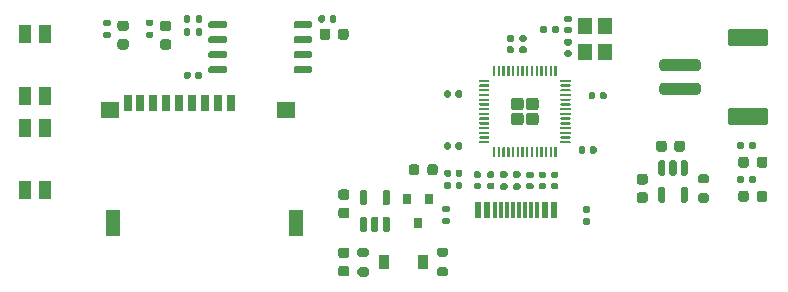
<source format=gbr>
%TF.GenerationSoftware,KiCad,Pcbnew,(5.1.8-0-10_14)*%
%TF.CreationDate,2021-08-13T15:07:17+08:00*%
%TF.ProjectId,microbyte-rp2040,6d696372-6f62-4797-9465-2d7270323034,rev?*%
%TF.SameCoordinates,Original*%
%TF.FileFunction,Paste,Top*%
%TF.FilePolarity,Positive*%
%FSLAX46Y46*%
G04 Gerber Fmt 4.6, Leading zero omitted, Abs format (unit mm)*
G04 Created by KiCad (PCBNEW (5.1.8-0-10_14)) date 2021-08-13 15:07:17*
%MOMM*%
%LPD*%
G01*
G04 APERTURE LIST*
%ADD10R,0.900000X1.200000*%
%ADD11R,1.200000X1.400000*%
%ADD12R,0.800000X0.900000*%
%ADD13R,0.600000X1.450000*%
%ADD14R,0.300000X1.450000*%
%ADD15R,0.700000X1.400000*%
%ADD16R,1.600000X1.400000*%
%ADD17R,1.200000X2.200000*%
%ADD18R,1.000000X1.550000*%
G04 APERTURE END LIST*
D10*
%TO.C,D1*%
X151040000Y-106580000D03*
X147740000Y-106580000D03*
%TD*%
%TO.C,C21*%
G36*
G01*
X153820000Y-100260000D02*
X153820000Y-99920000D01*
G75*
G02*
X153960000Y-99780000I140000J0D01*
G01*
X154240000Y-99780000D01*
G75*
G02*
X154380000Y-99920000I0J-140000D01*
G01*
X154380000Y-100260000D01*
G75*
G02*
X154240000Y-100400000I-140000J0D01*
G01*
X153960000Y-100400000D01*
G75*
G02*
X153820000Y-100260000I0J140000D01*
G01*
G37*
G36*
G01*
X152860000Y-100260000D02*
X152860000Y-99920000D01*
G75*
G02*
X153000000Y-99780000I140000J0D01*
G01*
X153280000Y-99780000D01*
G75*
G02*
X153420000Y-99920000I0J-140000D01*
G01*
X153420000Y-100260000D01*
G75*
G02*
X153280000Y-100400000I-140000J0D01*
G01*
X153000000Y-100400000D01*
G75*
G02*
X152860000Y-100260000I0J140000D01*
G01*
G37*
%TD*%
%TO.C,C20*%
G36*
G01*
X153820000Y-99230000D02*
X153820000Y-98890000D01*
G75*
G02*
X153960000Y-98750000I140000J0D01*
G01*
X154240000Y-98750000D01*
G75*
G02*
X154380000Y-98890000I0J-140000D01*
G01*
X154380000Y-99230000D01*
G75*
G02*
X154240000Y-99370000I-140000J0D01*
G01*
X153960000Y-99370000D01*
G75*
G02*
X153820000Y-99230000I0J140000D01*
G01*
G37*
G36*
G01*
X152860000Y-99230000D02*
X152860000Y-98890000D01*
G75*
G02*
X153000000Y-98750000I140000J0D01*
G01*
X153280000Y-98750000D01*
G75*
G02*
X153420000Y-98890000I0J-140000D01*
G01*
X153420000Y-99230000D01*
G75*
G02*
X153280000Y-99370000I-140000J0D01*
G01*
X153000000Y-99370000D01*
G75*
G02*
X152860000Y-99230000I0J140000D01*
G01*
G37*
%TD*%
%TO.C,C12*%
G36*
G01*
X155490000Y-99870000D02*
X155830000Y-99870000D01*
G75*
G02*
X155970000Y-100010000I0J-140000D01*
G01*
X155970000Y-100290000D01*
G75*
G02*
X155830000Y-100430000I-140000J0D01*
G01*
X155490000Y-100430000D01*
G75*
G02*
X155350000Y-100290000I0J140000D01*
G01*
X155350000Y-100010000D01*
G75*
G02*
X155490000Y-99870000I140000J0D01*
G01*
G37*
G36*
G01*
X155490000Y-98910000D02*
X155830000Y-98910000D01*
G75*
G02*
X155970000Y-99050000I0J-140000D01*
G01*
X155970000Y-99330000D01*
G75*
G02*
X155830000Y-99470000I-140000J0D01*
G01*
X155490000Y-99470000D01*
G75*
G02*
X155350000Y-99330000I0J140000D01*
G01*
X155350000Y-99050000D01*
G75*
G02*
X155490000Y-98910000I140000J0D01*
G01*
G37*
%TD*%
%TO.C,C11*%
G36*
G01*
X156620000Y-99870000D02*
X156960000Y-99870000D01*
G75*
G02*
X157100000Y-100010000I0J-140000D01*
G01*
X157100000Y-100290000D01*
G75*
G02*
X156960000Y-100430000I-140000J0D01*
G01*
X156620000Y-100430000D01*
G75*
G02*
X156480000Y-100290000I0J140000D01*
G01*
X156480000Y-100010000D01*
G75*
G02*
X156620000Y-99870000I140000J0D01*
G01*
G37*
G36*
G01*
X156620000Y-98910000D02*
X156960000Y-98910000D01*
G75*
G02*
X157100000Y-99050000I0J-140000D01*
G01*
X157100000Y-99330000D01*
G75*
G02*
X156960000Y-99470000I-140000J0D01*
G01*
X156620000Y-99470000D01*
G75*
G02*
X156480000Y-99330000I0J140000D01*
G01*
X156480000Y-99050000D01*
G75*
G02*
X156620000Y-98910000I140000J0D01*
G01*
G37*
%TD*%
%TO.C,U4*%
G36*
G01*
X160859717Y-94185283D02*
X160859717Y-94769717D01*
G75*
G02*
X160609717Y-95019717I-250000J0D01*
G01*
X160025283Y-95019717D01*
G75*
G02*
X159775283Y-94769717I0J250000D01*
G01*
X159775283Y-94185283D01*
G75*
G02*
X160025283Y-93935283I250000J0D01*
G01*
X160609717Y-93935283D01*
G75*
G02*
X160859717Y-94185283I0J-250000D01*
G01*
G37*
G36*
G01*
X160859717Y-92910283D02*
X160859717Y-93494717D01*
G75*
G02*
X160609717Y-93744717I-250000J0D01*
G01*
X160025283Y-93744717D01*
G75*
G02*
X159775283Y-93494717I0J250000D01*
G01*
X159775283Y-92910283D01*
G75*
G02*
X160025283Y-92660283I250000J0D01*
G01*
X160609717Y-92660283D01*
G75*
G02*
X160859717Y-92910283I0J-250000D01*
G01*
G37*
G36*
G01*
X159584717Y-94185283D02*
X159584717Y-94769717D01*
G75*
G02*
X159334717Y-95019717I-250000J0D01*
G01*
X158750283Y-95019717D01*
G75*
G02*
X158500283Y-94769717I0J250000D01*
G01*
X158500283Y-94185283D01*
G75*
G02*
X158750283Y-93935283I250000J0D01*
G01*
X159334717Y-93935283D01*
G75*
G02*
X159584717Y-94185283I0J-250000D01*
G01*
G37*
G36*
G01*
X159584717Y-92910283D02*
X159584717Y-93494717D01*
G75*
G02*
X159334717Y-93744717I-250000J0D01*
G01*
X158750283Y-93744717D01*
G75*
G02*
X158500283Y-93494717I0J250000D01*
G01*
X158500283Y-92910283D01*
G75*
G02*
X158750283Y-92660283I250000J0D01*
G01*
X159334717Y-92660283D01*
G75*
G02*
X159584717Y-92910283I0J-250000D01*
G01*
G37*
G36*
G01*
X163555000Y-96390000D02*
X163555000Y-96490000D01*
G75*
G02*
X163505000Y-96540000I-50000J0D01*
G01*
X162730000Y-96540000D01*
G75*
G02*
X162680000Y-96490000I0J50000D01*
G01*
X162680000Y-96390000D01*
G75*
G02*
X162730000Y-96340000I50000J0D01*
G01*
X163505000Y-96340000D01*
G75*
G02*
X163555000Y-96390000I0J-50000D01*
G01*
G37*
G36*
G01*
X163555000Y-95990000D02*
X163555000Y-96090000D01*
G75*
G02*
X163505000Y-96140000I-50000J0D01*
G01*
X162730000Y-96140000D01*
G75*
G02*
X162680000Y-96090000I0J50000D01*
G01*
X162680000Y-95990000D01*
G75*
G02*
X162730000Y-95940000I50000J0D01*
G01*
X163505000Y-95940000D01*
G75*
G02*
X163555000Y-95990000I0J-50000D01*
G01*
G37*
G36*
G01*
X163555000Y-95590000D02*
X163555000Y-95690000D01*
G75*
G02*
X163505000Y-95740000I-50000J0D01*
G01*
X162730000Y-95740000D01*
G75*
G02*
X162680000Y-95690000I0J50000D01*
G01*
X162680000Y-95590000D01*
G75*
G02*
X162730000Y-95540000I50000J0D01*
G01*
X163505000Y-95540000D01*
G75*
G02*
X163555000Y-95590000I0J-50000D01*
G01*
G37*
G36*
G01*
X163555000Y-95190000D02*
X163555000Y-95290000D01*
G75*
G02*
X163505000Y-95340000I-50000J0D01*
G01*
X162730000Y-95340000D01*
G75*
G02*
X162680000Y-95290000I0J50000D01*
G01*
X162680000Y-95190000D01*
G75*
G02*
X162730000Y-95140000I50000J0D01*
G01*
X163505000Y-95140000D01*
G75*
G02*
X163555000Y-95190000I0J-50000D01*
G01*
G37*
G36*
G01*
X163555000Y-94790000D02*
X163555000Y-94890000D01*
G75*
G02*
X163505000Y-94940000I-50000J0D01*
G01*
X162730000Y-94940000D01*
G75*
G02*
X162680000Y-94890000I0J50000D01*
G01*
X162680000Y-94790000D01*
G75*
G02*
X162730000Y-94740000I50000J0D01*
G01*
X163505000Y-94740000D01*
G75*
G02*
X163555000Y-94790000I0J-50000D01*
G01*
G37*
G36*
G01*
X163555000Y-94390000D02*
X163555000Y-94490000D01*
G75*
G02*
X163505000Y-94540000I-50000J0D01*
G01*
X162730000Y-94540000D01*
G75*
G02*
X162680000Y-94490000I0J50000D01*
G01*
X162680000Y-94390000D01*
G75*
G02*
X162730000Y-94340000I50000J0D01*
G01*
X163505000Y-94340000D01*
G75*
G02*
X163555000Y-94390000I0J-50000D01*
G01*
G37*
G36*
G01*
X163555000Y-93990000D02*
X163555000Y-94090000D01*
G75*
G02*
X163505000Y-94140000I-50000J0D01*
G01*
X162730000Y-94140000D01*
G75*
G02*
X162680000Y-94090000I0J50000D01*
G01*
X162680000Y-93990000D01*
G75*
G02*
X162730000Y-93940000I50000J0D01*
G01*
X163505000Y-93940000D01*
G75*
G02*
X163555000Y-93990000I0J-50000D01*
G01*
G37*
G36*
G01*
X163555000Y-93590000D02*
X163555000Y-93690000D01*
G75*
G02*
X163505000Y-93740000I-50000J0D01*
G01*
X162730000Y-93740000D01*
G75*
G02*
X162680000Y-93690000I0J50000D01*
G01*
X162680000Y-93590000D01*
G75*
G02*
X162730000Y-93540000I50000J0D01*
G01*
X163505000Y-93540000D01*
G75*
G02*
X163555000Y-93590000I0J-50000D01*
G01*
G37*
G36*
G01*
X163555000Y-93190000D02*
X163555000Y-93290000D01*
G75*
G02*
X163505000Y-93340000I-50000J0D01*
G01*
X162730000Y-93340000D01*
G75*
G02*
X162680000Y-93290000I0J50000D01*
G01*
X162680000Y-93190000D01*
G75*
G02*
X162730000Y-93140000I50000J0D01*
G01*
X163505000Y-93140000D01*
G75*
G02*
X163555000Y-93190000I0J-50000D01*
G01*
G37*
G36*
G01*
X163555000Y-92790000D02*
X163555000Y-92890000D01*
G75*
G02*
X163505000Y-92940000I-50000J0D01*
G01*
X162730000Y-92940000D01*
G75*
G02*
X162680000Y-92890000I0J50000D01*
G01*
X162680000Y-92790000D01*
G75*
G02*
X162730000Y-92740000I50000J0D01*
G01*
X163505000Y-92740000D01*
G75*
G02*
X163555000Y-92790000I0J-50000D01*
G01*
G37*
G36*
G01*
X163555000Y-92390000D02*
X163555000Y-92490000D01*
G75*
G02*
X163505000Y-92540000I-50000J0D01*
G01*
X162730000Y-92540000D01*
G75*
G02*
X162680000Y-92490000I0J50000D01*
G01*
X162680000Y-92390000D01*
G75*
G02*
X162730000Y-92340000I50000J0D01*
G01*
X163505000Y-92340000D01*
G75*
G02*
X163555000Y-92390000I0J-50000D01*
G01*
G37*
G36*
G01*
X163555000Y-91990000D02*
X163555000Y-92090000D01*
G75*
G02*
X163505000Y-92140000I-50000J0D01*
G01*
X162730000Y-92140000D01*
G75*
G02*
X162680000Y-92090000I0J50000D01*
G01*
X162680000Y-91990000D01*
G75*
G02*
X162730000Y-91940000I50000J0D01*
G01*
X163505000Y-91940000D01*
G75*
G02*
X163555000Y-91990000I0J-50000D01*
G01*
G37*
G36*
G01*
X163555000Y-91590000D02*
X163555000Y-91690000D01*
G75*
G02*
X163505000Y-91740000I-50000J0D01*
G01*
X162730000Y-91740000D01*
G75*
G02*
X162680000Y-91690000I0J50000D01*
G01*
X162680000Y-91590000D01*
G75*
G02*
X162730000Y-91540000I50000J0D01*
G01*
X163505000Y-91540000D01*
G75*
G02*
X163555000Y-91590000I0J-50000D01*
G01*
G37*
G36*
G01*
X163555000Y-91190000D02*
X163555000Y-91290000D01*
G75*
G02*
X163505000Y-91340000I-50000J0D01*
G01*
X162730000Y-91340000D01*
G75*
G02*
X162680000Y-91290000I0J50000D01*
G01*
X162680000Y-91190000D01*
G75*
G02*
X162730000Y-91140000I50000J0D01*
G01*
X163505000Y-91140000D01*
G75*
G02*
X163555000Y-91190000I0J-50000D01*
G01*
G37*
G36*
G01*
X162380000Y-90015000D02*
X162380000Y-90790000D01*
G75*
G02*
X162330000Y-90840000I-50000J0D01*
G01*
X162230000Y-90840000D01*
G75*
G02*
X162180000Y-90790000I0J50000D01*
G01*
X162180000Y-90015000D01*
G75*
G02*
X162230000Y-89965000I50000J0D01*
G01*
X162330000Y-89965000D01*
G75*
G02*
X162380000Y-90015000I0J-50000D01*
G01*
G37*
G36*
G01*
X161980000Y-90015000D02*
X161980000Y-90790000D01*
G75*
G02*
X161930000Y-90840000I-50000J0D01*
G01*
X161830000Y-90840000D01*
G75*
G02*
X161780000Y-90790000I0J50000D01*
G01*
X161780000Y-90015000D01*
G75*
G02*
X161830000Y-89965000I50000J0D01*
G01*
X161930000Y-89965000D01*
G75*
G02*
X161980000Y-90015000I0J-50000D01*
G01*
G37*
G36*
G01*
X161580000Y-90015000D02*
X161580000Y-90790000D01*
G75*
G02*
X161530000Y-90840000I-50000J0D01*
G01*
X161430000Y-90840000D01*
G75*
G02*
X161380000Y-90790000I0J50000D01*
G01*
X161380000Y-90015000D01*
G75*
G02*
X161430000Y-89965000I50000J0D01*
G01*
X161530000Y-89965000D01*
G75*
G02*
X161580000Y-90015000I0J-50000D01*
G01*
G37*
G36*
G01*
X161180000Y-90015000D02*
X161180000Y-90790000D01*
G75*
G02*
X161130000Y-90840000I-50000J0D01*
G01*
X161030000Y-90840000D01*
G75*
G02*
X160980000Y-90790000I0J50000D01*
G01*
X160980000Y-90015000D01*
G75*
G02*
X161030000Y-89965000I50000J0D01*
G01*
X161130000Y-89965000D01*
G75*
G02*
X161180000Y-90015000I0J-50000D01*
G01*
G37*
G36*
G01*
X160780000Y-90015000D02*
X160780000Y-90790000D01*
G75*
G02*
X160730000Y-90840000I-50000J0D01*
G01*
X160630000Y-90840000D01*
G75*
G02*
X160580000Y-90790000I0J50000D01*
G01*
X160580000Y-90015000D01*
G75*
G02*
X160630000Y-89965000I50000J0D01*
G01*
X160730000Y-89965000D01*
G75*
G02*
X160780000Y-90015000I0J-50000D01*
G01*
G37*
G36*
G01*
X160380000Y-90015000D02*
X160380000Y-90790000D01*
G75*
G02*
X160330000Y-90840000I-50000J0D01*
G01*
X160230000Y-90840000D01*
G75*
G02*
X160180000Y-90790000I0J50000D01*
G01*
X160180000Y-90015000D01*
G75*
G02*
X160230000Y-89965000I50000J0D01*
G01*
X160330000Y-89965000D01*
G75*
G02*
X160380000Y-90015000I0J-50000D01*
G01*
G37*
G36*
G01*
X159980000Y-90015000D02*
X159980000Y-90790000D01*
G75*
G02*
X159930000Y-90840000I-50000J0D01*
G01*
X159830000Y-90840000D01*
G75*
G02*
X159780000Y-90790000I0J50000D01*
G01*
X159780000Y-90015000D01*
G75*
G02*
X159830000Y-89965000I50000J0D01*
G01*
X159930000Y-89965000D01*
G75*
G02*
X159980000Y-90015000I0J-50000D01*
G01*
G37*
G36*
G01*
X159580000Y-90015000D02*
X159580000Y-90790000D01*
G75*
G02*
X159530000Y-90840000I-50000J0D01*
G01*
X159430000Y-90840000D01*
G75*
G02*
X159380000Y-90790000I0J50000D01*
G01*
X159380000Y-90015000D01*
G75*
G02*
X159430000Y-89965000I50000J0D01*
G01*
X159530000Y-89965000D01*
G75*
G02*
X159580000Y-90015000I0J-50000D01*
G01*
G37*
G36*
G01*
X159180000Y-90015000D02*
X159180000Y-90790000D01*
G75*
G02*
X159130000Y-90840000I-50000J0D01*
G01*
X159030000Y-90840000D01*
G75*
G02*
X158980000Y-90790000I0J50000D01*
G01*
X158980000Y-90015000D01*
G75*
G02*
X159030000Y-89965000I50000J0D01*
G01*
X159130000Y-89965000D01*
G75*
G02*
X159180000Y-90015000I0J-50000D01*
G01*
G37*
G36*
G01*
X158780000Y-90015000D02*
X158780000Y-90790000D01*
G75*
G02*
X158730000Y-90840000I-50000J0D01*
G01*
X158630000Y-90840000D01*
G75*
G02*
X158580000Y-90790000I0J50000D01*
G01*
X158580000Y-90015000D01*
G75*
G02*
X158630000Y-89965000I50000J0D01*
G01*
X158730000Y-89965000D01*
G75*
G02*
X158780000Y-90015000I0J-50000D01*
G01*
G37*
G36*
G01*
X158380000Y-90015000D02*
X158380000Y-90790000D01*
G75*
G02*
X158330000Y-90840000I-50000J0D01*
G01*
X158230000Y-90840000D01*
G75*
G02*
X158180000Y-90790000I0J50000D01*
G01*
X158180000Y-90015000D01*
G75*
G02*
X158230000Y-89965000I50000J0D01*
G01*
X158330000Y-89965000D01*
G75*
G02*
X158380000Y-90015000I0J-50000D01*
G01*
G37*
G36*
G01*
X157980000Y-90015000D02*
X157980000Y-90790000D01*
G75*
G02*
X157930000Y-90840000I-50000J0D01*
G01*
X157830000Y-90840000D01*
G75*
G02*
X157780000Y-90790000I0J50000D01*
G01*
X157780000Y-90015000D01*
G75*
G02*
X157830000Y-89965000I50000J0D01*
G01*
X157930000Y-89965000D01*
G75*
G02*
X157980000Y-90015000I0J-50000D01*
G01*
G37*
G36*
G01*
X157580000Y-90015000D02*
X157580000Y-90790000D01*
G75*
G02*
X157530000Y-90840000I-50000J0D01*
G01*
X157430000Y-90840000D01*
G75*
G02*
X157380000Y-90790000I0J50000D01*
G01*
X157380000Y-90015000D01*
G75*
G02*
X157430000Y-89965000I50000J0D01*
G01*
X157530000Y-89965000D01*
G75*
G02*
X157580000Y-90015000I0J-50000D01*
G01*
G37*
G36*
G01*
X157180000Y-90015000D02*
X157180000Y-90790000D01*
G75*
G02*
X157130000Y-90840000I-50000J0D01*
G01*
X157030000Y-90840000D01*
G75*
G02*
X156980000Y-90790000I0J50000D01*
G01*
X156980000Y-90015000D01*
G75*
G02*
X157030000Y-89965000I50000J0D01*
G01*
X157130000Y-89965000D01*
G75*
G02*
X157180000Y-90015000I0J-50000D01*
G01*
G37*
G36*
G01*
X156680000Y-91190000D02*
X156680000Y-91290000D01*
G75*
G02*
X156630000Y-91340000I-50000J0D01*
G01*
X155855000Y-91340000D01*
G75*
G02*
X155805000Y-91290000I0J50000D01*
G01*
X155805000Y-91190000D01*
G75*
G02*
X155855000Y-91140000I50000J0D01*
G01*
X156630000Y-91140000D01*
G75*
G02*
X156680000Y-91190000I0J-50000D01*
G01*
G37*
G36*
G01*
X156680000Y-91590000D02*
X156680000Y-91690000D01*
G75*
G02*
X156630000Y-91740000I-50000J0D01*
G01*
X155855000Y-91740000D01*
G75*
G02*
X155805000Y-91690000I0J50000D01*
G01*
X155805000Y-91590000D01*
G75*
G02*
X155855000Y-91540000I50000J0D01*
G01*
X156630000Y-91540000D01*
G75*
G02*
X156680000Y-91590000I0J-50000D01*
G01*
G37*
G36*
G01*
X156680000Y-91990000D02*
X156680000Y-92090000D01*
G75*
G02*
X156630000Y-92140000I-50000J0D01*
G01*
X155855000Y-92140000D01*
G75*
G02*
X155805000Y-92090000I0J50000D01*
G01*
X155805000Y-91990000D01*
G75*
G02*
X155855000Y-91940000I50000J0D01*
G01*
X156630000Y-91940000D01*
G75*
G02*
X156680000Y-91990000I0J-50000D01*
G01*
G37*
G36*
G01*
X156680000Y-92390000D02*
X156680000Y-92490000D01*
G75*
G02*
X156630000Y-92540000I-50000J0D01*
G01*
X155855000Y-92540000D01*
G75*
G02*
X155805000Y-92490000I0J50000D01*
G01*
X155805000Y-92390000D01*
G75*
G02*
X155855000Y-92340000I50000J0D01*
G01*
X156630000Y-92340000D01*
G75*
G02*
X156680000Y-92390000I0J-50000D01*
G01*
G37*
G36*
G01*
X156680000Y-92790000D02*
X156680000Y-92890000D01*
G75*
G02*
X156630000Y-92940000I-50000J0D01*
G01*
X155855000Y-92940000D01*
G75*
G02*
X155805000Y-92890000I0J50000D01*
G01*
X155805000Y-92790000D01*
G75*
G02*
X155855000Y-92740000I50000J0D01*
G01*
X156630000Y-92740000D01*
G75*
G02*
X156680000Y-92790000I0J-50000D01*
G01*
G37*
G36*
G01*
X156680000Y-93190000D02*
X156680000Y-93290000D01*
G75*
G02*
X156630000Y-93340000I-50000J0D01*
G01*
X155855000Y-93340000D01*
G75*
G02*
X155805000Y-93290000I0J50000D01*
G01*
X155805000Y-93190000D01*
G75*
G02*
X155855000Y-93140000I50000J0D01*
G01*
X156630000Y-93140000D01*
G75*
G02*
X156680000Y-93190000I0J-50000D01*
G01*
G37*
G36*
G01*
X156680000Y-93590000D02*
X156680000Y-93690000D01*
G75*
G02*
X156630000Y-93740000I-50000J0D01*
G01*
X155855000Y-93740000D01*
G75*
G02*
X155805000Y-93690000I0J50000D01*
G01*
X155805000Y-93590000D01*
G75*
G02*
X155855000Y-93540000I50000J0D01*
G01*
X156630000Y-93540000D01*
G75*
G02*
X156680000Y-93590000I0J-50000D01*
G01*
G37*
G36*
G01*
X156680000Y-93990000D02*
X156680000Y-94090000D01*
G75*
G02*
X156630000Y-94140000I-50000J0D01*
G01*
X155855000Y-94140000D01*
G75*
G02*
X155805000Y-94090000I0J50000D01*
G01*
X155805000Y-93990000D01*
G75*
G02*
X155855000Y-93940000I50000J0D01*
G01*
X156630000Y-93940000D01*
G75*
G02*
X156680000Y-93990000I0J-50000D01*
G01*
G37*
G36*
G01*
X156680000Y-94390000D02*
X156680000Y-94490000D01*
G75*
G02*
X156630000Y-94540000I-50000J0D01*
G01*
X155855000Y-94540000D01*
G75*
G02*
X155805000Y-94490000I0J50000D01*
G01*
X155805000Y-94390000D01*
G75*
G02*
X155855000Y-94340000I50000J0D01*
G01*
X156630000Y-94340000D01*
G75*
G02*
X156680000Y-94390000I0J-50000D01*
G01*
G37*
G36*
G01*
X156680000Y-94790000D02*
X156680000Y-94890000D01*
G75*
G02*
X156630000Y-94940000I-50000J0D01*
G01*
X155855000Y-94940000D01*
G75*
G02*
X155805000Y-94890000I0J50000D01*
G01*
X155805000Y-94790000D01*
G75*
G02*
X155855000Y-94740000I50000J0D01*
G01*
X156630000Y-94740000D01*
G75*
G02*
X156680000Y-94790000I0J-50000D01*
G01*
G37*
G36*
G01*
X156680000Y-95190000D02*
X156680000Y-95290000D01*
G75*
G02*
X156630000Y-95340000I-50000J0D01*
G01*
X155855000Y-95340000D01*
G75*
G02*
X155805000Y-95290000I0J50000D01*
G01*
X155805000Y-95190000D01*
G75*
G02*
X155855000Y-95140000I50000J0D01*
G01*
X156630000Y-95140000D01*
G75*
G02*
X156680000Y-95190000I0J-50000D01*
G01*
G37*
G36*
G01*
X156680000Y-95590000D02*
X156680000Y-95690000D01*
G75*
G02*
X156630000Y-95740000I-50000J0D01*
G01*
X155855000Y-95740000D01*
G75*
G02*
X155805000Y-95690000I0J50000D01*
G01*
X155805000Y-95590000D01*
G75*
G02*
X155855000Y-95540000I50000J0D01*
G01*
X156630000Y-95540000D01*
G75*
G02*
X156680000Y-95590000I0J-50000D01*
G01*
G37*
G36*
G01*
X156680000Y-95990000D02*
X156680000Y-96090000D01*
G75*
G02*
X156630000Y-96140000I-50000J0D01*
G01*
X155855000Y-96140000D01*
G75*
G02*
X155805000Y-96090000I0J50000D01*
G01*
X155805000Y-95990000D01*
G75*
G02*
X155855000Y-95940000I50000J0D01*
G01*
X156630000Y-95940000D01*
G75*
G02*
X156680000Y-95990000I0J-50000D01*
G01*
G37*
G36*
G01*
X156680000Y-96390000D02*
X156680000Y-96490000D01*
G75*
G02*
X156630000Y-96540000I-50000J0D01*
G01*
X155855000Y-96540000D01*
G75*
G02*
X155805000Y-96490000I0J50000D01*
G01*
X155805000Y-96390000D01*
G75*
G02*
X155855000Y-96340000I50000J0D01*
G01*
X156630000Y-96340000D01*
G75*
G02*
X156680000Y-96390000I0J-50000D01*
G01*
G37*
G36*
G01*
X157180000Y-96890000D02*
X157180000Y-97665000D01*
G75*
G02*
X157130000Y-97715000I-50000J0D01*
G01*
X157030000Y-97715000D01*
G75*
G02*
X156980000Y-97665000I0J50000D01*
G01*
X156980000Y-96890000D01*
G75*
G02*
X157030000Y-96840000I50000J0D01*
G01*
X157130000Y-96840000D01*
G75*
G02*
X157180000Y-96890000I0J-50000D01*
G01*
G37*
G36*
G01*
X157580000Y-96890000D02*
X157580000Y-97665000D01*
G75*
G02*
X157530000Y-97715000I-50000J0D01*
G01*
X157430000Y-97715000D01*
G75*
G02*
X157380000Y-97665000I0J50000D01*
G01*
X157380000Y-96890000D01*
G75*
G02*
X157430000Y-96840000I50000J0D01*
G01*
X157530000Y-96840000D01*
G75*
G02*
X157580000Y-96890000I0J-50000D01*
G01*
G37*
G36*
G01*
X157980000Y-96890000D02*
X157980000Y-97665000D01*
G75*
G02*
X157930000Y-97715000I-50000J0D01*
G01*
X157830000Y-97715000D01*
G75*
G02*
X157780000Y-97665000I0J50000D01*
G01*
X157780000Y-96890000D01*
G75*
G02*
X157830000Y-96840000I50000J0D01*
G01*
X157930000Y-96840000D01*
G75*
G02*
X157980000Y-96890000I0J-50000D01*
G01*
G37*
G36*
G01*
X158380000Y-96890000D02*
X158380000Y-97665000D01*
G75*
G02*
X158330000Y-97715000I-50000J0D01*
G01*
X158230000Y-97715000D01*
G75*
G02*
X158180000Y-97665000I0J50000D01*
G01*
X158180000Y-96890000D01*
G75*
G02*
X158230000Y-96840000I50000J0D01*
G01*
X158330000Y-96840000D01*
G75*
G02*
X158380000Y-96890000I0J-50000D01*
G01*
G37*
G36*
G01*
X158780000Y-96890000D02*
X158780000Y-97665000D01*
G75*
G02*
X158730000Y-97715000I-50000J0D01*
G01*
X158630000Y-97715000D01*
G75*
G02*
X158580000Y-97665000I0J50000D01*
G01*
X158580000Y-96890000D01*
G75*
G02*
X158630000Y-96840000I50000J0D01*
G01*
X158730000Y-96840000D01*
G75*
G02*
X158780000Y-96890000I0J-50000D01*
G01*
G37*
G36*
G01*
X159180000Y-96890000D02*
X159180000Y-97665000D01*
G75*
G02*
X159130000Y-97715000I-50000J0D01*
G01*
X159030000Y-97715000D01*
G75*
G02*
X158980000Y-97665000I0J50000D01*
G01*
X158980000Y-96890000D01*
G75*
G02*
X159030000Y-96840000I50000J0D01*
G01*
X159130000Y-96840000D01*
G75*
G02*
X159180000Y-96890000I0J-50000D01*
G01*
G37*
G36*
G01*
X159580000Y-96890000D02*
X159580000Y-97665000D01*
G75*
G02*
X159530000Y-97715000I-50000J0D01*
G01*
X159430000Y-97715000D01*
G75*
G02*
X159380000Y-97665000I0J50000D01*
G01*
X159380000Y-96890000D01*
G75*
G02*
X159430000Y-96840000I50000J0D01*
G01*
X159530000Y-96840000D01*
G75*
G02*
X159580000Y-96890000I0J-50000D01*
G01*
G37*
G36*
G01*
X159980000Y-96890000D02*
X159980000Y-97665000D01*
G75*
G02*
X159930000Y-97715000I-50000J0D01*
G01*
X159830000Y-97715000D01*
G75*
G02*
X159780000Y-97665000I0J50000D01*
G01*
X159780000Y-96890000D01*
G75*
G02*
X159830000Y-96840000I50000J0D01*
G01*
X159930000Y-96840000D01*
G75*
G02*
X159980000Y-96890000I0J-50000D01*
G01*
G37*
G36*
G01*
X160380000Y-96890000D02*
X160380000Y-97665000D01*
G75*
G02*
X160330000Y-97715000I-50000J0D01*
G01*
X160230000Y-97715000D01*
G75*
G02*
X160180000Y-97665000I0J50000D01*
G01*
X160180000Y-96890000D01*
G75*
G02*
X160230000Y-96840000I50000J0D01*
G01*
X160330000Y-96840000D01*
G75*
G02*
X160380000Y-96890000I0J-50000D01*
G01*
G37*
G36*
G01*
X160780000Y-96890000D02*
X160780000Y-97665000D01*
G75*
G02*
X160730000Y-97715000I-50000J0D01*
G01*
X160630000Y-97715000D01*
G75*
G02*
X160580000Y-97665000I0J50000D01*
G01*
X160580000Y-96890000D01*
G75*
G02*
X160630000Y-96840000I50000J0D01*
G01*
X160730000Y-96840000D01*
G75*
G02*
X160780000Y-96890000I0J-50000D01*
G01*
G37*
G36*
G01*
X161180000Y-96890000D02*
X161180000Y-97665000D01*
G75*
G02*
X161130000Y-97715000I-50000J0D01*
G01*
X161030000Y-97715000D01*
G75*
G02*
X160980000Y-97665000I0J50000D01*
G01*
X160980000Y-96890000D01*
G75*
G02*
X161030000Y-96840000I50000J0D01*
G01*
X161130000Y-96840000D01*
G75*
G02*
X161180000Y-96890000I0J-50000D01*
G01*
G37*
G36*
G01*
X161580000Y-96890000D02*
X161580000Y-97665000D01*
G75*
G02*
X161530000Y-97715000I-50000J0D01*
G01*
X161430000Y-97715000D01*
G75*
G02*
X161380000Y-97665000I0J50000D01*
G01*
X161380000Y-96890000D01*
G75*
G02*
X161430000Y-96840000I50000J0D01*
G01*
X161530000Y-96840000D01*
G75*
G02*
X161580000Y-96890000I0J-50000D01*
G01*
G37*
G36*
G01*
X161980000Y-96890000D02*
X161980000Y-97665000D01*
G75*
G02*
X161930000Y-97715000I-50000J0D01*
G01*
X161830000Y-97715000D01*
G75*
G02*
X161780000Y-97665000I0J50000D01*
G01*
X161780000Y-96890000D01*
G75*
G02*
X161830000Y-96840000I50000J0D01*
G01*
X161930000Y-96840000D01*
G75*
G02*
X161980000Y-96890000I0J-50000D01*
G01*
G37*
G36*
G01*
X162380000Y-96890000D02*
X162380000Y-97665000D01*
G75*
G02*
X162330000Y-97715000I-50000J0D01*
G01*
X162230000Y-97715000D01*
G75*
G02*
X162180000Y-97665000I0J50000D01*
G01*
X162180000Y-96890000D01*
G75*
G02*
X162230000Y-96840000I50000J0D01*
G01*
X162330000Y-96840000D01*
G75*
G02*
X162380000Y-96890000I0J-50000D01*
G01*
G37*
%TD*%
D11*
%TO.C,Y1*%
X164770000Y-88760000D03*
X164770000Y-86560000D03*
X166470000Y-86560000D03*
X166470000Y-88760000D03*
%TD*%
%TO.C,U3*%
G36*
G01*
X140090000Y-86645000D02*
X140090000Y-86345000D01*
G75*
G02*
X140240000Y-86195000I150000J0D01*
G01*
X141540000Y-86195000D01*
G75*
G02*
X141690000Y-86345000I0J-150000D01*
G01*
X141690000Y-86645000D01*
G75*
G02*
X141540000Y-86795000I-150000J0D01*
G01*
X140240000Y-86795000D01*
G75*
G02*
X140090000Y-86645000I0J150000D01*
G01*
G37*
G36*
G01*
X140090000Y-87915000D02*
X140090000Y-87615000D01*
G75*
G02*
X140240000Y-87465000I150000J0D01*
G01*
X141540000Y-87465000D01*
G75*
G02*
X141690000Y-87615000I0J-150000D01*
G01*
X141690000Y-87915000D01*
G75*
G02*
X141540000Y-88065000I-150000J0D01*
G01*
X140240000Y-88065000D01*
G75*
G02*
X140090000Y-87915000I0J150000D01*
G01*
G37*
G36*
G01*
X140090000Y-89185000D02*
X140090000Y-88885000D01*
G75*
G02*
X140240000Y-88735000I150000J0D01*
G01*
X141540000Y-88735000D01*
G75*
G02*
X141690000Y-88885000I0J-150000D01*
G01*
X141690000Y-89185000D01*
G75*
G02*
X141540000Y-89335000I-150000J0D01*
G01*
X140240000Y-89335000D01*
G75*
G02*
X140090000Y-89185000I0J150000D01*
G01*
G37*
G36*
G01*
X140090000Y-90455000D02*
X140090000Y-90155000D01*
G75*
G02*
X140240000Y-90005000I150000J0D01*
G01*
X141540000Y-90005000D01*
G75*
G02*
X141690000Y-90155000I0J-150000D01*
G01*
X141690000Y-90455000D01*
G75*
G02*
X141540000Y-90605000I-150000J0D01*
G01*
X140240000Y-90605000D01*
G75*
G02*
X140090000Y-90455000I0J150000D01*
G01*
G37*
G36*
G01*
X132890000Y-90455000D02*
X132890000Y-90155000D01*
G75*
G02*
X133040000Y-90005000I150000J0D01*
G01*
X134340000Y-90005000D01*
G75*
G02*
X134490000Y-90155000I0J-150000D01*
G01*
X134490000Y-90455000D01*
G75*
G02*
X134340000Y-90605000I-150000J0D01*
G01*
X133040000Y-90605000D01*
G75*
G02*
X132890000Y-90455000I0J150000D01*
G01*
G37*
G36*
G01*
X132890000Y-89185000D02*
X132890000Y-88885000D01*
G75*
G02*
X133040000Y-88735000I150000J0D01*
G01*
X134340000Y-88735000D01*
G75*
G02*
X134490000Y-88885000I0J-150000D01*
G01*
X134490000Y-89185000D01*
G75*
G02*
X134340000Y-89335000I-150000J0D01*
G01*
X133040000Y-89335000D01*
G75*
G02*
X132890000Y-89185000I0J150000D01*
G01*
G37*
G36*
G01*
X132890000Y-87915000D02*
X132890000Y-87615000D01*
G75*
G02*
X133040000Y-87465000I150000J0D01*
G01*
X134340000Y-87465000D01*
G75*
G02*
X134490000Y-87615000I0J-150000D01*
G01*
X134490000Y-87915000D01*
G75*
G02*
X134340000Y-88065000I-150000J0D01*
G01*
X133040000Y-88065000D01*
G75*
G02*
X132890000Y-87915000I0J150000D01*
G01*
G37*
G36*
G01*
X132890000Y-86645000D02*
X132890000Y-86345000D01*
G75*
G02*
X133040000Y-86195000I150000J0D01*
G01*
X134340000Y-86195000D01*
G75*
G02*
X134490000Y-86345000I0J-150000D01*
G01*
X134490000Y-86645000D01*
G75*
G02*
X134340000Y-86795000I-150000J0D01*
G01*
X133040000Y-86795000D01*
G75*
G02*
X132890000Y-86645000I0J150000D01*
G01*
G37*
%TD*%
%TO.C,U2*%
G36*
G01*
X173020000Y-100225000D02*
X173320000Y-100225000D01*
G75*
G02*
X173470000Y-100375000I0J-150000D01*
G01*
X173470000Y-101400000D01*
G75*
G02*
X173320000Y-101550000I-150000J0D01*
G01*
X173020000Y-101550000D01*
G75*
G02*
X172870000Y-101400000I0J150000D01*
G01*
X172870000Y-100375000D01*
G75*
G02*
X173020000Y-100225000I150000J0D01*
G01*
G37*
G36*
G01*
X171120000Y-100225000D02*
X171420000Y-100225000D01*
G75*
G02*
X171570000Y-100375000I0J-150000D01*
G01*
X171570000Y-101400000D01*
G75*
G02*
X171420000Y-101550000I-150000J0D01*
G01*
X171120000Y-101550000D01*
G75*
G02*
X170970000Y-101400000I0J150000D01*
G01*
X170970000Y-100375000D01*
G75*
G02*
X171120000Y-100225000I150000J0D01*
G01*
G37*
G36*
G01*
X171120000Y-97950000D02*
X171420000Y-97950000D01*
G75*
G02*
X171570000Y-98100000I0J-150000D01*
G01*
X171570000Y-99125000D01*
G75*
G02*
X171420000Y-99275000I-150000J0D01*
G01*
X171120000Y-99275000D01*
G75*
G02*
X170970000Y-99125000I0J150000D01*
G01*
X170970000Y-98100000D01*
G75*
G02*
X171120000Y-97950000I150000J0D01*
G01*
G37*
G36*
G01*
X172070000Y-97950000D02*
X172370000Y-97950000D01*
G75*
G02*
X172520000Y-98100000I0J-150000D01*
G01*
X172520000Y-99125000D01*
G75*
G02*
X172370000Y-99275000I-150000J0D01*
G01*
X172070000Y-99275000D01*
G75*
G02*
X171920000Y-99125000I0J150000D01*
G01*
X171920000Y-98100000D01*
G75*
G02*
X172070000Y-97950000I150000J0D01*
G01*
G37*
G36*
G01*
X173020000Y-97950000D02*
X173320000Y-97950000D01*
G75*
G02*
X173470000Y-98100000I0J-150000D01*
G01*
X173470000Y-99125000D01*
G75*
G02*
X173320000Y-99275000I-150000J0D01*
G01*
X173020000Y-99275000D01*
G75*
G02*
X172870000Y-99125000I0J150000D01*
G01*
X172870000Y-98100000D01*
G75*
G02*
X173020000Y-97950000I150000J0D01*
G01*
G37*
%TD*%
%TO.C,U1*%
G36*
G01*
X146180000Y-101785000D02*
X145880000Y-101785000D01*
G75*
G02*
X145730000Y-101635000I0J150000D01*
G01*
X145730000Y-100610000D01*
G75*
G02*
X145880000Y-100460000I150000J0D01*
G01*
X146180000Y-100460000D01*
G75*
G02*
X146330000Y-100610000I0J-150000D01*
G01*
X146330000Y-101635000D01*
G75*
G02*
X146180000Y-101785000I-150000J0D01*
G01*
G37*
G36*
G01*
X148080000Y-101785000D02*
X147780000Y-101785000D01*
G75*
G02*
X147630000Y-101635000I0J150000D01*
G01*
X147630000Y-100610000D01*
G75*
G02*
X147780000Y-100460000I150000J0D01*
G01*
X148080000Y-100460000D01*
G75*
G02*
X148230000Y-100610000I0J-150000D01*
G01*
X148230000Y-101635000D01*
G75*
G02*
X148080000Y-101785000I-150000J0D01*
G01*
G37*
G36*
G01*
X148080000Y-104060000D02*
X147780000Y-104060000D01*
G75*
G02*
X147630000Y-103910000I0J150000D01*
G01*
X147630000Y-102885000D01*
G75*
G02*
X147780000Y-102735000I150000J0D01*
G01*
X148080000Y-102735000D01*
G75*
G02*
X148230000Y-102885000I0J-150000D01*
G01*
X148230000Y-103910000D01*
G75*
G02*
X148080000Y-104060000I-150000J0D01*
G01*
G37*
G36*
G01*
X147130000Y-104060000D02*
X146830000Y-104060000D01*
G75*
G02*
X146680000Y-103910000I0J150000D01*
G01*
X146680000Y-102885000D01*
G75*
G02*
X146830000Y-102735000I150000J0D01*
G01*
X147130000Y-102735000D01*
G75*
G02*
X147280000Y-102885000I0J-150000D01*
G01*
X147280000Y-103910000D01*
G75*
G02*
X147130000Y-104060000I-150000J0D01*
G01*
G37*
G36*
G01*
X146180000Y-104060000D02*
X145880000Y-104060000D01*
G75*
G02*
X145730000Y-103910000I0J150000D01*
G01*
X145730000Y-102885000D01*
G75*
G02*
X145880000Y-102735000I150000J0D01*
G01*
X146180000Y-102735000D01*
G75*
G02*
X146330000Y-102885000I0J-150000D01*
G01*
X146330000Y-103910000D01*
G75*
G02*
X146180000Y-104060000I-150000J0D01*
G01*
G37*
%TD*%
%TO.C,R13*%
G36*
G01*
X161520000Y-86705000D02*
X161520000Y-87075000D01*
G75*
G02*
X161385000Y-87210000I-135000J0D01*
G01*
X161115000Y-87210000D01*
G75*
G02*
X160980000Y-87075000I0J135000D01*
G01*
X160980000Y-86705000D01*
G75*
G02*
X161115000Y-86570000I135000J0D01*
G01*
X161385000Y-86570000D01*
G75*
G02*
X161520000Y-86705000I0J-135000D01*
G01*
G37*
G36*
G01*
X162540000Y-86705000D02*
X162540000Y-87075000D01*
G75*
G02*
X162405000Y-87210000I-135000J0D01*
G01*
X162135000Y-87210000D01*
G75*
G02*
X162000000Y-87075000I0J135000D01*
G01*
X162000000Y-86705000D01*
G75*
G02*
X162135000Y-86570000I135000J0D01*
G01*
X162405000Y-86570000D01*
G75*
G02*
X162540000Y-86705000I0J-135000D01*
G01*
G37*
%TD*%
%TO.C,R12*%
G36*
G01*
X157705000Y-98910000D02*
X158075000Y-98910000D01*
G75*
G02*
X158210000Y-99045000I0J-135000D01*
G01*
X158210000Y-99315000D01*
G75*
G02*
X158075000Y-99450000I-135000J0D01*
G01*
X157705000Y-99450000D01*
G75*
G02*
X157570000Y-99315000I0J135000D01*
G01*
X157570000Y-99045000D01*
G75*
G02*
X157705000Y-98910000I135000J0D01*
G01*
G37*
G36*
G01*
X157705000Y-99930000D02*
X158075000Y-99930000D01*
G75*
G02*
X158210000Y-100065000I0J-135000D01*
G01*
X158210000Y-100335000D01*
G75*
G02*
X158075000Y-100470000I-135000J0D01*
G01*
X157705000Y-100470000D01*
G75*
G02*
X157570000Y-100335000I0J135000D01*
G01*
X157570000Y-100065000D01*
G75*
G02*
X157705000Y-99930000I135000J0D01*
G01*
G37*
%TD*%
%TO.C,R11*%
G36*
G01*
X158805000Y-98910000D02*
X159175000Y-98910000D01*
G75*
G02*
X159310000Y-99045000I0J-135000D01*
G01*
X159310000Y-99315000D01*
G75*
G02*
X159175000Y-99450000I-135000J0D01*
G01*
X158805000Y-99450000D01*
G75*
G02*
X158670000Y-99315000I0J135000D01*
G01*
X158670000Y-99045000D01*
G75*
G02*
X158805000Y-98910000I135000J0D01*
G01*
G37*
G36*
G01*
X158805000Y-99930000D02*
X159175000Y-99930000D01*
G75*
G02*
X159310000Y-100065000I0J-135000D01*
G01*
X159310000Y-100335000D01*
G75*
G02*
X159175000Y-100470000I-135000J0D01*
G01*
X158805000Y-100470000D01*
G75*
G02*
X158670000Y-100335000I0J135000D01*
G01*
X158670000Y-100065000D01*
G75*
G02*
X158805000Y-99930000I135000J0D01*
G01*
G37*
%TD*%
%TO.C,R10*%
G36*
G01*
X131330000Y-85835000D02*
X131330000Y-86205000D01*
G75*
G02*
X131195000Y-86340000I-135000J0D01*
G01*
X130925000Y-86340000D01*
G75*
G02*
X130790000Y-86205000I0J135000D01*
G01*
X130790000Y-85835000D01*
G75*
G02*
X130925000Y-85700000I135000J0D01*
G01*
X131195000Y-85700000D01*
G75*
G02*
X131330000Y-85835000I0J-135000D01*
G01*
G37*
G36*
G01*
X132350000Y-85835000D02*
X132350000Y-86205000D01*
G75*
G02*
X132215000Y-86340000I-135000J0D01*
G01*
X131945000Y-86340000D01*
G75*
G02*
X131810000Y-86205000I0J135000D01*
G01*
X131810000Y-85835000D01*
G75*
G02*
X131945000Y-85700000I135000J0D01*
G01*
X132215000Y-85700000D01*
G75*
G02*
X132350000Y-85835000I0J-135000D01*
G01*
G37*
%TD*%
%TO.C,R9*%
G36*
G01*
X131330000Y-86915000D02*
X131330000Y-87285000D01*
G75*
G02*
X131195000Y-87420000I-135000J0D01*
G01*
X130925000Y-87420000D01*
G75*
G02*
X130790000Y-87285000I0J135000D01*
G01*
X130790000Y-86915000D01*
G75*
G02*
X130925000Y-86780000I135000J0D01*
G01*
X131195000Y-86780000D01*
G75*
G02*
X131330000Y-86915000I0J-135000D01*
G01*
G37*
G36*
G01*
X132350000Y-86915000D02*
X132350000Y-87285000D01*
G75*
G02*
X132215000Y-87420000I-135000J0D01*
G01*
X131945000Y-87420000D01*
G75*
G02*
X131810000Y-87285000I0J135000D01*
G01*
X131810000Y-86915000D01*
G75*
G02*
X131945000Y-86780000I135000J0D01*
G01*
X132215000Y-86780000D01*
G75*
G02*
X132350000Y-86915000I0J-135000D01*
G01*
G37*
%TD*%
%TO.C,R8*%
G36*
G01*
X164715000Y-102880000D02*
X165085000Y-102880000D01*
G75*
G02*
X165220000Y-103015000I0J-135000D01*
G01*
X165220000Y-103285000D01*
G75*
G02*
X165085000Y-103420000I-135000J0D01*
G01*
X164715000Y-103420000D01*
G75*
G02*
X164580000Y-103285000I0J135000D01*
G01*
X164580000Y-103015000D01*
G75*
G02*
X164715000Y-102880000I135000J0D01*
G01*
G37*
G36*
G01*
X164715000Y-101860000D02*
X165085000Y-101860000D01*
G75*
G02*
X165220000Y-101995000I0J-135000D01*
G01*
X165220000Y-102265000D01*
G75*
G02*
X165085000Y-102400000I-135000J0D01*
G01*
X164715000Y-102400000D01*
G75*
G02*
X164580000Y-102265000I0J135000D01*
G01*
X164580000Y-101995000D01*
G75*
G02*
X164715000Y-101860000I135000J0D01*
G01*
G37*
%TD*%
%TO.C,R7*%
G36*
G01*
X153185000Y-102360000D02*
X152815000Y-102360000D01*
G75*
G02*
X152680000Y-102225000I0J135000D01*
G01*
X152680000Y-101955000D01*
G75*
G02*
X152815000Y-101820000I135000J0D01*
G01*
X153185000Y-101820000D01*
G75*
G02*
X153320000Y-101955000I0J-135000D01*
G01*
X153320000Y-102225000D01*
G75*
G02*
X153185000Y-102360000I-135000J0D01*
G01*
G37*
G36*
G01*
X153185000Y-103380000D02*
X152815000Y-103380000D01*
G75*
G02*
X152680000Y-103245000I0J135000D01*
G01*
X152680000Y-102975000D01*
G75*
G02*
X152815000Y-102840000I135000J0D01*
G01*
X153185000Y-102840000D01*
G75*
G02*
X153320000Y-102975000I0J-135000D01*
G01*
X153320000Y-103245000D01*
G75*
G02*
X153185000Y-103380000I-135000J0D01*
G01*
G37*
%TD*%
%TO.C,R6*%
G36*
G01*
X178210000Y-99405000D02*
X178210000Y-99775000D01*
G75*
G02*
X178075000Y-99910000I-135000J0D01*
G01*
X177805000Y-99910000D01*
G75*
G02*
X177670000Y-99775000I0J135000D01*
G01*
X177670000Y-99405000D01*
G75*
G02*
X177805000Y-99270000I135000J0D01*
G01*
X178075000Y-99270000D01*
G75*
G02*
X178210000Y-99405000I0J-135000D01*
G01*
G37*
G36*
G01*
X179230000Y-99405000D02*
X179230000Y-99775000D01*
G75*
G02*
X179095000Y-99910000I-135000J0D01*
G01*
X178825000Y-99910000D01*
G75*
G02*
X178690000Y-99775000I0J135000D01*
G01*
X178690000Y-99405000D01*
G75*
G02*
X178825000Y-99270000I135000J0D01*
G01*
X179095000Y-99270000D01*
G75*
G02*
X179230000Y-99405000I0J-135000D01*
G01*
G37*
%TD*%
%TO.C,R4*%
G36*
G01*
X178210000Y-96515000D02*
X178210000Y-96885000D01*
G75*
G02*
X178075000Y-97020000I-135000J0D01*
G01*
X177805000Y-97020000D01*
G75*
G02*
X177670000Y-96885000I0J135000D01*
G01*
X177670000Y-96515000D01*
G75*
G02*
X177805000Y-96380000I135000J0D01*
G01*
X178075000Y-96380000D01*
G75*
G02*
X178210000Y-96515000I0J-135000D01*
G01*
G37*
G36*
G01*
X179230000Y-96515000D02*
X179230000Y-96885000D01*
G75*
G02*
X179095000Y-97020000I-135000J0D01*
G01*
X178825000Y-97020000D01*
G75*
G02*
X178690000Y-96885000I0J135000D01*
G01*
X178690000Y-96515000D01*
G75*
G02*
X178825000Y-96380000I135000J0D01*
G01*
X179095000Y-96380000D01*
G75*
G02*
X179230000Y-96515000I0J-135000D01*
G01*
G37*
%TD*%
%TO.C,R3*%
G36*
G01*
X175075000Y-99925000D02*
X174525000Y-99925000D01*
G75*
G02*
X174325000Y-99725000I0J200000D01*
G01*
X174325000Y-99325000D01*
G75*
G02*
X174525000Y-99125000I200000J0D01*
G01*
X175075000Y-99125000D01*
G75*
G02*
X175275000Y-99325000I0J-200000D01*
G01*
X175275000Y-99725000D01*
G75*
G02*
X175075000Y-99925000I-200000J0D01*
G01*
G37*
G36*
G01*
X175075000Y-101575000D02*
X174525000Y-101575000D01*
G75*
G02*
X174325000Y-101375000I0J200000D01*
G01*
X174325000Y-100975000D01*
G75*
G02*
X174525000Y-100775000I200000J0D01*
G01*
X175075000Y-100775000D01*
G75*
G02*
X175275000Y-100975000I0J-200000D01*
G01*
X175275000Y-101375000D01*
G75*
G02*
X175075000Y-101575000I-200000J0D01*
G01*
G37*
%TD*%
%TO.C,R2*%
G36*
G01*
X145705000Y-107025000D02*
X146255000Y-107025000D01*
G75*
G02*
X146455000Y-107225000I0J-200000D01*
G01*
X146455000Y-107625000D01*
G75*
G02*
X146255000Y-107825000I-200000J0D01*
G01*
X145705000Y-107825000D01*
G75*
G02*
X145505000Y-107625000I0J200000D01*
G01*
X145505000Y-107225000D01*
G75*
G02*
X145705000Y-107025000I200000J0D01*
G01*
G37*
G36*
G01*
X145705000Y-105375000D02*
X146255000Y-105375000D01*
G75*
G02*
X146455000Y-105575000I0J-200000D01*
G01*
X146455000Y-105975000D01*
G75*
G02*
X146255000Y-106175000I-200000J0D01*
G01*
X145705000Y-106175000D01*
G75*
G02*
X145505000Y-105975000I0J200000D01*
G01*
X145505000Y-105575000D01*
G75*
G02*
X145705000Y-105375000I200000J0D01*
G01*
G37*
%TD*%
%TO.C,R1*%
G36*
G01*
X152435000Y-107005000D02*
X152985000Y-107005000D01*
G75*
G02*
X153185000Y-107205000I0J-200000D01*
G01*
X153185000Y-107605000D01*
G75*
G02*
X152985000Y-107805000I-200000J0D01*
G01*
X152435000Y-107805000D01*
G75*
G02*
X152235000Y-107605000I0J200000D01*
G01*
X152235000Y-107205000D01*
G75*
G02*
X152435000Y-107005000I200000J0D01*
G01*
G37*
G36*
G01*
X152435000Y-105355000D02*
X152985000Y-105355000D01*
G75*
G02*
X153185000Y-105555000I0J-200000D01*
G01*
X153185000Y-105955000D01*
G75*
G02*
X152985000Y-106155000I-200000J0D01*
G01*
X152435000Y-106155000D01*
G75*
G02*
X152235000Y-105955000I0J200000D01*
G01*
X152235000Y-105555000D01*
G75*
G02*
X152435000Y-105355000I200000J0D01*
G01*
G37*
%TD*%
D12*
%TO.C,Q1*%
X150610000Y-103280000D03*
X149660000Y-101280000D03*
X151560000Y-101280000D03*
%TD*%
%TO.C,L1*%
G36*
G01*
X151430000Y-99026250D02*
X151430000Y-98513750D01*
G75*
G02*
X151648750Y-98295000I218750J0D01*
G01*
X152086250Y-98295000D01*
G75*
G02*
X152305000Y-98513750I0J-218750D01*
G01*
X152305000Y-99026250D01*
G75*
G02*
X152086250Y-99245000I-218750J0D01*
G01*
X151648750Y-99245000D01*
G75*
G02*
X151430000Y-99026250I0J218750D01*
G01*
G37*
G36*
G01*
X149855000Y-99026250D02*
X149855000Y-98513750D01*
G75*
G02*
X150073750Y-98295000I218750J0D01*
G01*
X150511250Y-98295000D01*
G75*
G02*
X150730000Y-98513750I0J-218750D01*
G01*
X150730000Y-99026250D01*
G75*
G02*
X150511250Y-99245000I-218750J0D01*
G01*
X150073750Y-99245000D01*
G75*
G02*
X149855000Y-99026250I0J218750D01*
G01*
G37*
%TD*%
D13*
%TO.C,J3*%
X162180000Y-102175000D03*
X161380000Y-102175000D03*
X156480000Y-102175000D03*
X155680000Y-102175000D03*
X155680000Y-102175000D03*
X156480000Y-102175000D03*
X161380000Y-102175000D03*
X162180000Y-102175000D03*
D14*
X157180000Y-102175000D03*
X157680000Y-102175000D03*
X158180000Y-102175000D03*
X159180000Y-102175000D03*
X159680000Y-102175000D03*
X160180000Y-102175000D03*
X160680000Y-102175000D03*
X158680000Y-102175000D03*
%TD*%
%TO.C,J1*%
G36*
G01*
X180020000Y-88320000D02*
X177120000Y-88320000D01*
G75*
G02*
X176870000Y-88070000I0J250000D01*
G01*
X176870000Y-87070000D01*
G75*
G02*
X177120000Y-86820000I250000J0D01*
G01*
X180020000Y-86820000D01*
G75*
G02*
X180270000Y-87070000I0J-250000D01*
G01*
X180270000Y-88070000D01*
G75*
G02*
X180020000Y-88320000I-250000J0D01*
G01*
G37*
G36*
G01*
X180020000Y-95020000D02*
X177120000Y-95020000D01*
G75*
G02*
X176870000Y-94770000I0J250000D01*
G01*
X176870000Y-93770000D01*
G75*
G02*
X177120000Y-93520000I250000J0D01*
G01*
X180020000Y-93520000D01*
G75*
G02*
X180270000Y-93770000I0J-250000D01*
G01*
X180270000Y-94770000D01*
G75*
G02*
X180020000Y-95020000I-250000J0D01*
G01*
G37*
G36*
G01*
X174320000Y-90420000D02*
X171320000Y-90420000D01*
G75*
G02*
X171070000Y-90170000I0J250000D01*
G01*
X171070000Y-89670000D01*
G75*
G02*
X171320000Y-89420000I250000J0D01*
G01*
X174320000Y-89420000D01*
G75*
G02*
X174570000Y-89670000I0J-250000D01*
G01*
X174570000Y-90170000D01*
G75*
G02*
X174320000Y-90420000I-250000J0D01*
G01*
G37*
G36*
G01*
X174320000Y-92420000D02*
X171320000Y-92420000D01*
G75*
G02*
X171070000Y-92170000I0J250000D01*
G01*
X171070000Y-91670000D01*
G75*
G02*
X171320000Y-91420000I250000J0D01*
G01*
X174320000Y-91420000D01*
G75*
G02*
X174570000Y-91670000I0J-250000D01*
G01*
X174570000Y-92170000D01*
G75*
G02*
X174320000Y-92420000I-250000J0D01*
G01*
G37*
%TD*%
%TO.C,D4*%
G36*
G01*
X179330000Y-101286250D02*
X179330000Y-100773750D01*
G75*
G02*
X179548750Y-100555000I218750J0D01*
G01*
X179986250Y-100555000D01*
G75*
G02*
X180205000Y-100773750I0J-218750D01*
G01*
X180205000Y-101286250D01*
G75*
G02*
X179986250Y-101505000I-218750J0D01*
G01*
X179548750Y-101505000D01*
G75*
G02*
X179330000Y-101286250I0J218750D01*
G01*
G37*
G36*
G01*
X177755000Y-101286250D02*
X177755000Y-100773750D01*
G75*
G02*
X177973750Y-100555000I218750J0D01*
G01*
X178411250Y-100555000D01*
G75*
G02*
X178630000Y-100773750I0J-218750D01*
G01*
X178630000Y-101286250D01*
G75*
G02*
X178411250Y-101505000I-218750J0D01*
G01*
X177973750Y-101505000D01*
G75*
G02*
X177755000Y-101286250I0J218750D01*
G01*
G37*
%TD*%
%TO.C,D2*%
G36*
G01*
X179330000Y-98396250D02*
X179330000Y-97883750D01*
G75*
G02*
X179548750Y-97665000I218750J0D01*
G01*
X179986250Y-97665000D01*
G75*
G02*
X180205000Y-97883750I0J-218750D01*
G01*
X180205000Y-98396250D01*
G75*
G02*
X179986250Y-98615000I-218750J0D01*
G01*
X179548750Y-98615000D01*
G75*
G02*
X179330000Y-98396250I0J218750D01*
G01*
G37*
G36*
G01*
X177755000Y-98396250D02*
X177755000Y-97883750D01*
G75*
G02*
X177973750Y-97665000I218750J0D01*
G01*
X178411250Y-97665000D01*
G75*
G02*
X178630000Y-97883750I0J-218750D01*
G01*
X178630000Y-98396250D01*
G75*
G02*
X178411250Y-98615000I-218750J0D01*
G01*
X177973750Y-98615000D01*
G75*
G02*
X177755000Y-98396250I0J218750D01*
G01*
G37*
%TD*%
%TO.C,C23*%
G36*
G01*
X163490000Y-86270000D02*
X163150000Y-86270000D01*
G75*
G02*
X163010000Y-86130000I0J140000D01*
G01*
X163010000Y-85850000D01*
G75*
G02*
X163150000Y-85710000I140000J0D01*
G01*
X163490000Y-85710000D01*
G75*
G02*
X163630000Y-85850000I0J-140000D01*
G01*
X163630000Y-86130000D01*
G75*
G02*
X163490000Y-86270000I-140000J0D01*
G01*
G37*
G36*
G01*
X163490000Y-87230000D02*
X163150000Y-87230000D01*
G75*
G02*
X163010000Y-87090000I0J140000D01*
G01*
X163010000Y-86810000D01*
G75*
G02*
X163150000Y-86670000I140000J0D01*
G01*
X163490000Y-86670000D01*
G75*
G02*
X163630000Y-86810000I0J-140000D01*
G01*
X163630000Y-87090000D01*
G75*
G02*
X163490000Y-87230000I-140000J0D01*
G01*
G37*
%TD*%
%TO.C,C22*%
G36*
G01*
X163160000Y-88650000D02*
X163500000Y-88650000D01*
G75*
G02*
X163640000Y-88790000I0J-140000D01*
G01*
X163640000Y-89070000D01*
G75*
G02*
X163500000Y-89210000I-140000J0D01*
G01*
X163160000Y-89210000D01*
G75*
G02*
X163020000Y-89070000I0J140000D01*
G01*
X163020000Y-88790000D01*
G75*
G02*
X163160000Y-88650000I140000J0D01*
G01*
G37*
G36*
G01*
X163160000Y-87690000D02*
X163500000Y-87690000D01*
G75*
G02*
X163640000Y-87830000I0J-140000D01*
G01*
X163640000Y-88110000D01*
G75*
G02*
X163500000Y-88250000I-140000J0D01*
G01*
X163160000Y-88250000D01*
G75*
G02*
X163020000Y-88110000I0J140000D01*
G01*
X163020000Y-87830000D01*
G75*
G02*
X163160000Y-87690000I140000J0D01*
G01*
G37*
%TD*%
%TO.C,C19*%
G36*
G01*
X165190000Y-97270000D02*
X165190000Y-96930000D01*
G75*
G02*
X165330000Y-96790000I140000J0D01*
G01*
X165610000Y-96790000D01*
G75*
G02*
X165750000Y-96930000I0J-140000D01*
G01*
X165750000Y-97270000D01*
G75*
G02*
X165610000Y-97410000I-140000J0D01*
G01*
X165330000Y-97410000D01*
G75*
G02*
X165190000Y-97270000I0J140000D01*
G01*
G37*
G36*
G01*
X164230000Y-97270000D02*
X164230000Y-96930000D01*
G75*
G02*
X164370000Y-96790000I140000J0D01*
G01*
X164650000Y-96790000D01*
G75*
G02*
X164790000Y-96930000I0J-140000D01*
G01*
X164790000Y-97270000D01*
G75*
G02*
X164650000Y-97410000I-140000J0D01*
G01*
X164370000Y-97410000D01*
G75*
G02*
X164230000Y-97270000I0J140000D01*
G01*
G37*
%TD*%
%TO.C,C18*%
G36*
G01*
X153400000Y-96590000D02*
X153400000Y-96930000D01*
G75*
G02*
X153260000Y-97070000I-140000J0D01*
G01*
X152980000Y-97070000D01*
G75*
G02*
X152840000Y-96930000I0J140000D01*
G01*
X152840000Y-96590000D01*
G75*
G02*
X152980000Y-96450000I140000J0D01*
G01*
X153260000Y-96450000D01*
G75*
G02*
X153400000Y-96590000I0J-140000D01*
G01*
G37*
G36*
G01*
X154360000Y-96590000D02*
X154360000Y-96930000D01*
G75*
G02*
X154220000Y-97070000I-140000J0D01*
G01*
X153940000Y-97070000D01*
G75*
G02*
X153800000Y-96930000I0J140000D01*
G01*
X153800000Y-96590000D01*
G75*
G02*
X153940000Y-96450000I140000J0D01*
G01*
X154220000Y-96450000D01*
G75*
G02*
X154360000Y-96590000I0J-140000D01*
G01*
G37*
%TD*%
%TO.C,C17*%
G36*
G01*
X166030000Y-92680000D02*
X166030000Y-92340000D01*
G75*
G02*
X166170000Y-92200000I140000J0D01*
G01*
X166450000Y-92200000D01*
G75*
G02*
X166590000Y-92340000I0J-140000D01*
G01*
X166590000Y-92680000D01*
G75*
G02*
X166450000Y-92820000I-140000J0D01*
G01*
X166170000Y-92820000D01*
G75*
G02*
X166030000Y-92680000I0J140000D01*
G01*
G37*
G36*
G01*
X165070000Y-92680000D02*
X165070000Y-92340000D01*
G75*
G02*
X165210000Y-92200000I140000J0D01*
G01*
X165490000Y-92200000D01*
G75*
G02*
X165630000Y-92340000I0J-140000D01*
G01*
X165630000Y-92680000D01*
G75*
G02*
X165490000Y-92820000I-140000J0D01*
G01*
X165210000Y-92820000D01*
G75*
G02*
X165070000Y-92680000I0J140000D01*
G01*
G37*
%TD*%
%TO.C,C16*%
G36*
G01*
X162040000Y-99880000D02*
X162380000Y-99880000D01*
G75*
G02*
X162520000Y-100020000I0J-140000D01*
G01*
X162520000Y-100300000D01*
G75*
G02*
X162380000Y-100440000I-140000J0D01*
G01*
X162040000Y-100440000D01*
G75*
G02*
X161900000Y-100300000I0J140000D01*
G01*
X161900000Y-100020000D01*
G75*
G02*
X162040000Y-99880000I140000J0D01*
G01*
G37*
G36*
G01*
X162040000Y-98920000D02*
X162380000Y-98920000D01*
G75*
G02*
X162520000Y-99060000I0J-140000D01*
G01*
X162520000Y-99340000D01*
G75*
G02*
X162380000Y-99480000I-140000J0D01*
G01*
X162040000Y-99480000D01*
G75*
G02*
X161900000Y-99340000I0J140000D01*
G01*
X161900000Y-99060000D01*
G75*
G02*
X162040000Y-98920000I140000J0D01*
G01*
G37*
%TD*%
%TO.C,C15*%
G36*
G01*
X153400000Y-92190000D02*
X153400000Y-92530000D01*
G75*
G02*
X153260000Y-92670000I-140000J0D01*
G01*
X152980000Y-92670000D01*
G75*
G02*
X152840000Y-92530000I0J140000D01*
G01*
X152840000Y-92190000D01*
G75*
G02*
X152980000Y-92050000I140000J0D01*
G01*
X153260000Y-92050000D01*
G75*
G02*
X153400000Y-92190000I0J-140000D01*
G01*
G37*
G36*
G01*
X154360000Y-92190000D02*
X154360000Y-92530000D01*
G75*
G02*
X154220000Y-92670000I-140000J0D01*
G01*
X153940000Y-92670000D01*
G75*
G02*
X153800000Y-92530000I0J140000D01*
G01*
X153800000Y-92190000D01*
G75*
G02*
X153940000Y-92050000I140000J0D01*
G01*
X154220000Y-92050000D01*
G75*
G02*
X154360000Y-92190000I0J-140000D01*
G01*
G37*
%TD*%
%TO.C,C14*%
G36*
G01*
X159690000Y-87930000D02*
X159350000Y-87930000D01*
G75*
G02*
X159210000Y-87790000I0J140000D01*
G01*
X159210000Y-87510000D01*
G75*
G02*
X159350000Y-87370000I140000J0D01*
G01*
X159690000Y-87370000D01*
G75*
G02*
X159830000Y-87510000I0J-140000D01*
G01*
X159830000Y-87790000D01*
G75*
G02*
X159690000Y-87930000I-140000J0D01*
G01*
G37*
G36*
G01*
X159690000Y-88890000D02*
X159350000Y-88890000D01*
G75*
G02*
X159210000Y-88750000I0J140000D01*
G01*
X159210000Y-88470000D01*
G75*
G02*
X159350000Y-88330000I140000J0D01*
G01*
X159690000Y-88330000D01*
G75*
G02*
X159830000Y-88470000I0J-140000D01*
G01*
X159830000Y-88750000D01*
G75*
G02*
X159690000Y-88890000I-140000J0D01*
G01*
G37*
%TD*%
%TO.C,C13*%
G36*
G01*
X159930000Y-99880000D02*
X160270000Y-99880000D01*
G75*
G02*
X160410000Y-100020000I0J-140000D01*
G01*
X160410000Y-100300000D01*
G75*
G02*
X160270000Y-100440000I-140000J0D01*
G01*
X159930000Y-100440000D01*
G75*
G02*
X159790000Y-100300000I0J140000D01*
G01*
X159790000Y-100020000D01*
G75*
G02*
X159930000Y-99880000I140000J0D01*
G01*
G37*
G36*
G01*
X159930000Y-98920000D02*
X160270000Y-98920000D01*
G75*
G02*
X160410000Y-99060000I0J-140000D01*
G01*
X160410000Y-99340000D01*
G75*
G02*
X160270000Y-99480000I-140000J0D01*
G01*
X159930000Y-99480000D01*
G75*
G02*
X159790000Y-99340000I0J140000D01*
G01*
X159790000Y-99060000D01*
G75*
G02*
X159930000Y-98920000I140000J0D01*
G01*
G37*
%TD*%
%TO.C,C10*%
G36*
G01*
X158620000Y-87930000D02*
X158280000Y-87930000D01*
G75*
G02*
X158140000Y-87790000I0J140000D01*
G01*
X158140000Y-87510000D01*
G75*
G02*
X158280000Y-87370000I140000J0D01*
G01*
X158620000Y-87370000D01*
G75*
G02*
X158760000Y-87510000I0J-140000D01*
G01*
X158760000Y-87790000D01*
G75*
G02*
X158620000Y-87930000I-140000J0D01*
G01*
G37*
G36*
G01*
X158620000Y-88890000D02*
X158280000Y-88890000D01*
G75*
G02*
X158140000Y-88750000I0J140000D01*
G01*
X158140000Y-88470000D01*
G75*
G02*
X158280000Y-88330000I140000J0D01*
G01*
X158620000Y-88330000D01*
G75*
G02*
X158760000Y-88470000I0J-140000D01*
G01*
X158760000Y-88750000D01*
G75*
G02*
X158620000Y-88890000I-140000J0D01*
G01*
G37*
%TD*%
%TO.C,C9*%
G36*
G01*
X160980000Y-99880000D02*
X161320000Y-99880000D01*
G75*
G02*
X161460000Y-100020000I0J-140000D01*
G01*
X161460000Y-100300000D01*
G75*
G02*
X161320000Y-100440000I-140000J0D01*
G01*
X160980000Y-100440000D01*
G75*
G02*
X160840000Y-100300000I0J140000D01*
G01*
X160840000Y-100020000D01*
G75*
G02*
X160980000Y-99880000I140000J0D01*
G01*
G37*
G36*
G01*
X160980000Y-98920000D02*
X161320000Y-98920000D01*
G75*
G02*
X161460000Y-99060000I0J-140000D01*
G01*
X161460000Y-99340000D01*
G75*
G02*
X161320000Y-99480000I-140000J0D01*
G01*
X160980000Y-99480000D01*
G75*
G02*
X160840000Y-99340000I0J140000D01*
G01*
X160840000Y-99060000D01*
G75*
G02*
X160980000Y-98920000I140000J0D01*
G01*
G37*
%TD*%
%TO.C,C8*%
G36*
G01*
X143855000Y-87550000D02*
X143855000Y-87050000D01*
G75*
G02*
X144080000Y-86825000I225000J0D01*
G01*
X144530000Y-86825000D01*
G75*
G02*
X144755000Y-87050000I0J-225000D01*
G01*
X144755000Y-87550000D01*
G75*
G02*
X144530000Y-87775000I-225000J0D01*
G01*
X144080000Y-87775000D01*
G75*
G02*
X143855000Y-87550000I0J225000D01*
G01*
G37*
G36*
G01*
X142305000Y-87550000D02*
X142305000Y-87050000D01*
G75*
G02*
X142530000Y-86825000I225000J0D01*
G01*
X142980000Y-86825000D01*
G75*
G02*
X143205000Y-87050000I0J-225000D01*
G01*
X143205000Y-87550000D01*
G75*
G02*
X142980000Y-87775000I-225000J0D01*
G01*
X142530000Y-87775000D01*
G75*
G02*
X142305000Y-87550000I0J225000D01*
G01*
G37*
%TD*%
%TO.C,C7*%
G36*
G01*
X143160000Y-86170000D02*
X143160000Y-85830000D01*
G75*
G02*
X143300000Y-85690000I140000J0D01*
G01*
X143580000Y-85690000D01*
G75*
G02*
X143720000Y-85830000I0J-140000D01*
G01*
X143720000Y-86170000D01*
G75*
G02*
X143580000Y-86310000I-140000J0D01*
G01*
X143300000Y-86310000D01*
G75*
G02*
X143160000Y-86170000I0J140000D01*
G01*
G37*
G36*
G01*
X142200000Y-86170000D02*
X142200000Y-85830000D01*
G75*
G02*
X142340000Y-85690000I140000J0D01*
G01*
X142620000Y-85690000D01*
G75*
G02*
X142760000Y-85830000I0J-140000D01*
G01*
X142760000Y-86170000D01*
G75*
G02*
X142620000Y-86310000I-140000J0D01*
G01*
X142340000Y-86310000D01*
G75*
G02*
X142200000Y-86170000I0J140000D01*
G01*
G37*
%TD*%
%TO.C,C6*%
G36*
G01*
X131770000Y-90950000D02*
X131770000Y-90610000D01*
G75*
G02*
X131910000Y-90470000I140000J0D01*
G01*
X132190000Y-90470000D01*
G75*
G02*
X132330000Y-90610000I0J-140000D01*
G01*
X132330000Y-90950000D01*
G75*
G02*
X132190000Y-91090000I-140000J0D01*
G01*
X131910000Y-91090000D01*
G75*
G02*
X131770000Y-90950000I0J140000D01*
G01*
G37*
G36*
G01*
X130810000Y-90950000D02*
X130810000Y-90610000D01*
G75*
G02*
X130950000Y-90470000I140000J0D01*
G01*
X131230000Y-90470000D01*
G75*
G02*
X131370000Y-90610000I0J-140000D01*
G01*
X131370000Y-90950000D01*
G75*
G02*
X131230000Y-91090000I-140000J0D01*
G01*
X130950000Y-91090000D01*
G75*
G02*
X130810000Y-90950000I0J140000D01*
G01*
G37*
%TD*%
%TO.C,C4*%
G36*
G01*
X172335000Y-97030000D02*
X172335000Y-96530000D01*
G75*
G02*
X172560000Y-96305000I225000J0D01*
G01*
X173010000Y-96305000D01*
G75*
G02*
X173235000Y-96530000I0J-225000D01*
G01*
X173235000Y-97030000D01*
G75*
G02*
X173010000Y-97255000I-225000J0D01*
G01*
X172560000Y-97255000D01*
G75*
G02*
X172335000Y-97030000I0J225000D01*
G01*
G37*
G36*
G01*
X170785000Y-97030000D02*
X170785000Y-96530000D01*
G75*
G02*
X171010000Y-96305000I225000J0D01*
G01*
X171460000Y-96305000D01*
G75*
G02*
X171685000Y-96530000I0J-225000D01*
G01*
X171685000Y-97030000D01*
G75*
G02*
X171460000Y-97255000I-225000J0D01*
G01*
X171010000Y-97255000D01*
G75*
G02*
X170785000Y-97030000I0J225000D01*
G01*
G37*
%TD*%
%TO.C,C3*%
G36*
G01*
X169870000Y-100025000D02*
X169370000Y-100025000D01*
G75*
G02*
X169145000Y-99800000I0J225000D01*
G01*
X169145000Y-99350000D01*
G75*
G02*
X169370000Y-99125000I225000J0D01*
G01*
X169870000Y-99125000D01*
G75*
G02*
X170095000Y-99350000I0J-225000D01*
G01*
X170095000Y-99800000D01*
G75*
G02*
X169870000Y-100025000I-225000J0D01*
G01*
G37*
G36*
G01*
X169870000Y-101575000D02*
X169370000Y-101575000D01*
G75*
G02*
X169145000Y-101350000I0J225000D01*
G01*
X169145000Y-100900000D01*
G75*
G02*
X169370000Y-100675000I225000J0D01*
G01*
X169870000Y-100675000D01*
G75*
G02*
X170095000Y-100900000I0J-225000D01*
G01*
X170095000Y-101350000D01*
G75*
G02*
X169870000Y-101575000I-225000J0D01*
G01*
G37*
%TD*%
%TO.C,C2*%
G36*
G01*
X144100000Y-101985000D02*
X144600000Y-101985000D01*
G75*
G02*
X144825000Y-102210000I0J-225000D01*
G01*
X144825000Y-102660000D01*
G75*
G02*
X144600000Y-102885000I-225000J0D01*
G01*
X144100000Y-102885000D01*
G75*
G02*
X143875000Y-102660000I0J225000D01*
G01*
X143875000Y-102210000D01*
G75*
G02*
X144100000Y-101985000I225000J0D01*
G01*
G37*
G36*
G01*
X144100000Y-100435000D02*
X144600000Y-100435000D01*
G75*
G02*
X144825000Y-100660000I0J-225000D01*
G01*
X144825000Y-101110000D01*
G75*
G02*
X144600000Y-101335000I-225000J0D01*
G01*
X144100000Y-101335000D01*
G75*
G02*
X143875000Y-101110000I0J225000D01*
G01*
X143875000Y-100660000D01*
G75*
G02*
X144100000Y-100435000I225000J0D01*
G01*
G37*
%TD*%
%TO.C,C1*%
G36*
G01*
X144100000Y-106905000D02*
X144600000Y-106905000D01*
G75*
G02*
X144825000Y-107130000I0J-225000D01*
G01*
X144825000Y-107580000D01*
G75*
G02*
X144600000Y-107805000I-225000J0D01*
G01*
X144100000Y-107805000D01*
G75*
G02*
X143875000Y-107580000I0J225000D01*
G01*
X143875000Y-107130000D01*
G75*
G02*
X144100000Y-106905000I225000J0D01*
G01*
G37*
G36*
G01*
X144100000Y-105355000D02*
X144600000Y-105355000D01*
G75*
G02*
X144825000Y-105580000I0J-225000D01*
G01*
X144825000Y-106030000D01*
G75*
G02*
X144600000Y-106255000I-225000J0D01*
G01*
X144100000Y-106255000D01*
G75*
G02*
X143875000Y-106030000I0J225000D01*
G01*
X143875000Y-105580000D01*
G75*
G02*
X144100000Y-105355000I225000J0D01*
G01*
G37*
%TD*%
D15*
%TO.C,J2*%
X134835000Y-93120000D03*
X133735000Y-93120000D03*
X132635000Y-93120000D03*
X131535000Y-93120000D03*
X130435000Y-93120000D03*
X129335000Y-93120000D03*
X128235000Y-93120000D03*
X127135000Y-93120000D03*
X126035000Y-93120000D03*
D16*
X124585000Y-93720000D03*
X139435000Y-93720000D03*
D17*
X124835000Y-103320000D03*
X140335000Y-103320000D03*
%TD*%
D18*
%TO.C,SW1*%
X119030000Y-87275000D03*
X119030000Y-92525000D03*
X117330000Y-92525000D03*
X117330000Y-87275000D03*
%TD*%
%TO.C,SW2*%
X117330000Y-95210000D03*
X117330000Y-100460000D03*
X119030000Y-100460000D03*
X119030000Y-95210000D03*
%TD*%
%TO.C,D5*%
G36*
G01*
X129003750Y-87720000D02*
X129516250Y-87720000D01*
G75*
G02*
X129735000Y-87938750I0J-218750D01*
G01*
X129735000Y-88376250D01*
G75*
G02*
X129516250Y-88595000I-218750J0D01*
G01*
X129003750Y-88595000D01*
G75*
G02*
X128785000Y-88376250I0J218750D01*
G01*
X128785000Y-87938750D01*
G75*
G02*
X129003750Y-87720000I218750J0D01*
G01*
G37*
G36*
G01*
X129003750Y-86145000D02*
X129516250Y-86145000D01*
G75*
G02*
X129735000Y-86363750I0J-218750D01*
G01*
X129735000Y-86801250D01*
G75*
G02*
X129516250Y-87020000I-218750J0D01*
G01*
X129003750Y-87020000D01*
G75*
G02*
X128785000Y-86801250I0J218750D01*
G01*
X128785000Y-86363750D01*
G75*
G02*
X129003750Y-86145000I218750J0D01*
G01*
G37*
%TD*%
%TO.C,D6*%
G36*
G01*
X125403750Y-86145000D02*
X125916250Y-86145000D01*
G75*
G02*
X126135000Y-86363750I0J-218750D01*
G01*
X126135000Y-86801250D01*
G75*
G02*
X125916250Y-87020000I-218750J0D01*
G01*
X125403750Y-87020000D01*
G75*
G02*
X125185000Y-86801250I0J218750D01*
G01*
X125185000Y-86363750D01*
G75*
G02*
X125403750Y-86145000I218750J0D01*
G01*
G37*
G36*
G01*
X125403750Y-87720000D02*
X125916250Y-87720000D01*
G75*
G02*
X126135000Y-87938750I0J-218750D01*
G01*
X126135000Y-88376250D01*
G75*
G02*
X125916250Y-88595000I-218750J0D01*
G01*
X125403750Y-88595000D01*
G75*
G02*
X125185000Y-88376250I0J218750D01*
G01*
X125185000Y-87938750D01*
G75*
G02*
X125403750Y-87720000I218750J0D01*
G01*
G37*
%TD*%
%TO.C,R14*%
G36*
G01*
X124115000Y-87080000D02*
X124485000Y-87080000D01*
G75*
G02*
X124620000Y-87215000I0J-135000D01*
G01*
X124620000Y-87485000D01*
G75*
G02*
X124485000Y-87620000I-135000J0D01*
G01*
X124115000Y-87620000D01*
G75*
G02*
X123980000Y-87485000I0J135000D01*
G01*
X123980000Y-87215000D01*
G75*
G02*
X124115000Y-87080000I135000J0D01*
G01*
G37*
G36*
G01*
X124115000Y-86060000D02*
X124485000Y-86060000D01*
G75*
G02*
X124620000Y-86195000I0J-135000D01*
G01*
X124620000Y-86465000D01*
G75*
G02*
X124485000Y-86600000I-135000J0D01*
G01*
X124115000Y-86600000D01*
G75*
G02*
X123980000Y-86465000I0J135000D01*
G01*
X123980000Y-86195000D01*
G75*
G02*
X124115000Y-86060000I135000J0D01*
G01*
G37*
%TD*%
%TO.C,R15*%
G36*
G01*
X127715000Y-86060000D02*
X128085000Y-86060000D01*
G75*
G02*
X128220000Y-86195000I0J-135000D01*
G01*
X128220000Y-86465000D01*
G75*
G02*
X128085000Y-86600000I-135000J0D01*
G01*
X127715000Y-86600000D01*
G75*
G02*
X127580000Y-86465000I0J135000D01*
G01*
X127580000Y-86195000D01*
G75*
G02*
X127715000Y-86060000I135000J0D01*
G01*
G37*
G36*
G01*
X127715000Y-87080000D02*
X128085000Y-87080000D01*
G75*
G02*
X128220000Y-87215000I0J-135000D01*
G01*
X128220000Y-87485000D01*
G75*
G02*
X128085000Y-87620000I-135000J0D01*
G01*
X127715000Y-87620000D01*
G75*
G02*
X127580000Y-87485000I0J135000D01*
G01*
X127580000Y-87215000D01*
G75*
G02*
X127715000Y-87080000I135000J0D01*
G01*
G37*
%TD*%
M02*

</source>
